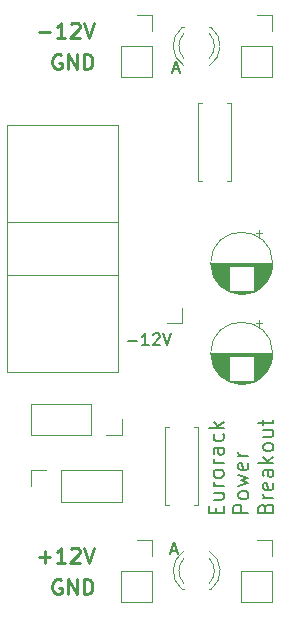
<source format=gbr>
G04 #@! TF.GenerationSoftware,KiCad,Pcbnew,(5.1.2)-2*
G04 #@! TF.CreationDate,2020-04-18T03:55:01-07:00*
G04 #@! TF.ProjectId,eurorackPower10pin,6575726f-7261-4636-9b50-6f7765723130,rev?*
G04 #@! TF.SameCoordinates,Original*
G04 #@! TF.FileFunction,Legend,Top*
G04 #@! TF.FilePolarity,Positive*
%FSLAX46Y46*%
G04 Gerber Fmt 4.6, Leading zero omitted, Abs format (unit mm)*
G04 Created by KiCad (PCBNEW (5.1.2)-2) date 2020-04-18 03:55:01*
%MOMM*%
%LPD*%
G04 APERTURE LIST*
%ADD10C,0.150000*%
%ADD11C,0.203200*%
%ADD12C,0.254000*%
%ADD13C,0.120000*%
G04 APERTURE END LIST*
D10*
X3061904Y-3266666D02*
X3538095Y-3266666D01*
X2966666Y-3552380D02*
X3300000Y-2552380D01*
X3633333Y-3552380D01*
X2961904Y-43996666D02*
X3438095Y-43996666D01*
X2866666Y-44282380D02*
X3200000Y-43282380D01*
X3533333Y-44282380D01*
X-745904Y-26233428D02*
X16000Y-26233428D01*
X1016000Y-26614380D02*
X444571Y-26614380D01*
X730285Y-26614380D02*
X730285Y-25614380D01*
X635047Y-25757238D01*
X539809Y-25852476D01*
X444571Y-25900095D01*
X1396952Y-25709619D02*
X1444571Y-25662000D01*
X1539809Y-25614380D01*
X1777904Y-25614380D01*
X1873142Y-25662000D01*
X1920761Y-25709619D01*
X1968380Y-25804857D01*
X1968380Y-25900095D01*
X1920761Y-26042952D01*
X1349333Y-26614380D01*
X1968380Y-26614380D01*
X2254095Y-25614380D02*
X2587428Y-26614380D01*
X2920761Y-25614380D01*
D11*
X6691085Y-40840539D02*
X6691085Y-40417205D01*
X7356323Y-40235777D02*
X7356323Y-40840539D01*
X6086323Y-40840539D01*
X6086323Y-40235777D01*
X6509657Y-39147205D02*
X7356323Y-39147205D01*
X6509657Y-39691491D02*
X7174895Y-39691491D01*
X7295847Y-39631015D01*
X7356323Y-39510062D01*
X7356323Y-39328634D01*
X7295847Y-39207681D01*
X7235371Y-39147205D01*
X7356323Y-38542443D02*
X6509657Y-38542443D01*
X6751561Y-38542443D02*
X6630609Y-38481967D01*
X6570133Y-38421491D01*
X6509657Y-38300539D01*
X6509657Y-38179586D01*
X7356323Y-37574824D02*
X7295847Y-37695777D01*
X7235371Y-37756253D01*
X7114419Y-37816729D01*
X6751561Y-37816729D01*
X6630609Y-37756253D01*
X6570133Y-37695777D01*
X6509657Y-37574824D01*
X6509657Y-37393396D01*
X6570133Y-37272443D01*
X6630609Y-37211967D01*
X6751561Y-37151491D01*
X7114419Y-37151491D01*
X7235371Y-37211967D01*
X7295847Y-37272443D01*
X7356323Y-37393396D01*
X7356323Y-37574824D01*
X7356323Y-36607205D02*
X6509657Y-36607205D01*
X6751561Y-36607205D02*
X6630609Y-36546729D01*
X6570133Y-36486253D01*
X6509657Y-36365300D01*
X6509657Y-36244348D01*
X7356323Y-35276729D02*
X6691085Y-35276729D01*
X6570133Y-35337205D01*
X6509657Y-35458158D01*
X6509657Y-35700062D01*
X6570133Y-35821015D01*
X7295847Y-35276729D02*
X7356323Y-35397681D01*
X7356323Y-35700062D01*
X7295847Y-35821015D01*
X7174895Y-35881491D01*
X7053942Y-35881491D01*
X6932990Y-35821015D01*
X6872514Y-35700062D01*
X6872514Y-35397681D01*
X6812038Y-35276729D01*
X7295847Y-34127681D02*
X7356323Y-34248634D01*
X7356323Y-34490539D01*
X7295847Y-34611491D01*
X7235371Y-34671967D01*
X7114419Y-34732443D01*
X6751561Y-34732443D01*
X6630609Y-34671967D01*
X6570133Y-34611491D01*
X6509657Y-34490539D01*
X6509657Y-34248634D01*
X6570133Y-34127681D01*
X7356323Y-33583396D02*
X6086323Y-33583396D01*
X6872514Y-33462443D02*
X7356323Y-33099586D01*
X6509657Y-33099586D02*
X6993466Y-33583396D01*
X9464523Y-40840539D02*
X8194523Y-40840539D01*
X8194523Y-40356729D01*
X8255000Y-40235777D01*
X8315476Y-40175300D01*
X8436428Y-40114824D01*
X8617857Y-40114824D01*
X8738809Y-40175300D01*
X8799285Y-40235777D01*
X8859761Y-40356729D01*
X8859761Y-40840539D01*
X9464523Y-39389110D02*
X9404047Y-39510062D01*
X9343571Y-39570539D01*
X9222619Y-39631015D01*
X8859761Y-39631015D01*
X8738809Y-39570539D01*
X8678333Y-39510062D01*
X8617857Y-39389110D01*
X8617857Y-39207681D01*
X8678333Y-39086729D01*
X8738809Y-39026253D01*
X8859761Y-38965777D01*
X9222619Y-38965777D01*
X9343571Y-39026253D01*
X9404047Y-39086729D01*
X9464523Y-39207681D01*
X9464523Y-39389110D01*
X8617857Y-38542443D02*
X9464523Y-38300539D01*
X8859761Y-38058634D01*
X9464523Y-37816729D01*
X8617857Y-37574824D01*
X9404047Y-36607205D02*
X9464523Y-36728158D01*
X9464523Y-36970062D01*
X9404047Y-37091015D01*
X9283095Y-37151491D01*
X8799285Y-37151491D01*
X8678333Y-37091015D01*
X8617857Y-36970062D01*
X8617857Y-36728158D01*
X8678333Y-36607205D01*
X8799285Y-36546729D01*
X8920238Y-36546729D01*
X9041190Y-37151491D01*
X9464523Y-36002443D02*
X8617857Y-36002443D01*
X8859761Y-36002443D02*
X8738809Y-35941967D01*
X8678333Y-35881491D01*
X8617857Y-35760539D01*
X8617857Y-35639586D01*
X10907485Y-40417205D02*
X10967961Y-40235777D01*
X11028438Y-40175300D01*
X11149390Y-40114824D01*
X11330819Y-40114824D01*
X11451771Y-40175300D01*
X11512247Y-40235777D01*
X11572723Y-40356729D01*
X11572723Y-40840539D01*
X10302723Y-40840539D01*
X10302723Y-40417205D01*
X10363200Y-40296253D01*
X10423676Y-40235777D01*
X10544628Y-40175300D01*
X10665580Y-40175300D01*
X10786533Y-40235777D01*
X10847009Y-40296253D01*
X10907485Y-40417205D01*
X10907485Y-40840539D01*
X11572723Y-39570539D02*
X10726057Y-39570539D01*
X10967961Y-39570539D02*
X10847009Y-39510062D01*
X10786533Y-39449586D01*
X10726057Y-39328634D01*
X10726057Y-39207681D01*
X11512247Y-38300539D02*
X11572723Y-38421491D01*
X11572723Y-38663396D01*
X11512247Y-38784348D01*
X11391295Y-38844824D01*
X10907485Y-38844824D01*
X10786533Y-38784348D01*
X10726057Y-38663396D01*
X10726057Y-38421491D01*
X10786533Y-38300539D01*
X10907485Y-38240062D01*
X11028438Y-38240062D01*
X11149390Y-38844824D01*
X11572723Y-37151491D02*
X10907485Y-37151491D01*
X10786533Y-37211967D01*
X10726057Y-37332920D01*
X10726057Y-37574824D01*
X10786533Y-37695777D01*
X11512247Y-37151491D02*
X11572723Y-37272443D01*
X11572723Y-37574824D01*
X11512247Y-37695777D01*
X11391295Y-37756253D01*
X11270342Y-37756253D01*
X11149390Y-37695777D01*
X11088914Y-37574824D01*
X11088914Y-37272443D01*
X11028438Y-37151491D01*
X11572723Y-36546729D02*
X10302723Y-36546729D01*
X11088914Y-36425777D02*
X11572723Y-36062920D01*
X10726057Y-36062920D02*
X11209866Y-36546729D01*
X11572723Y-35337205D02*
X11512247Y-35458158D01*
X11451771Y-35518634D01*
X11330819Y-35579110D01*
X10967961Y-35579110D01*
X10847009Y-35518634D01*
X10786533Y-35458158D01*
X10726057Y-35337205D01*
X10726057Y-35155777D01*
X10786533Y-35034824D01*
X10847009Y-34974348D01*
X10967961Y-34913872D01*
X11330819Y-34913872D01*
X11451771Y-34974348D01*
X11512247Y-35034824D01*
X11572723Y-35155777D01*
X11572723Y-35337205D01*
X10726057Y-33825300D02*
X11572723Y-33825300D01*
X10726057Y-34369586D02*
X11391295Y-34369586D01*
X11512247Y-34309110D01*
X11572723Y-34188158D01*
X11572723Y-34006729D01*
X11512247Y-33885777D01*
X11451771Y-33825300D01*
X10726057Y-33401967D02*
X10726057Y-32918158D01*
X10302723Y-33220539D02*
X11391295Y-33220539D01*
X11512247Y-33160062D01*
X11572723Y-33039110D01*
X11572723Y-32918158D01*
D12*
X-6398381Y-46482000D02*
X-6519333Y-46421523D01*
X-6700762Y-46421523D01*
X-6882190Y-46482000D01*
X-7003142Y-46602952D01*
X-7063619Y-46723904D01*
X-7124095Y-46965809D01*
X-7124095Y-47147238D01*
X-7063619Y-47389142D01*
X-7003142Y-47510095D01*
X-6882190Y-47631047D01*
X-6700762Y-47691523D01*
X-6579809Y-47691523D01*
X-6398381Y-47631047D01*
X-6337904Y-47570571D01*
X-6337904Y-47147238D01*
X-6579809Y-47147238D01*
X-5793619Y-47691523D02*
X-5793619Y-46421523D01*
X-5067904Y-47691523D01*
X-5067904Y-46421523D01*
X-4463142Y-47691523D02*
X-4463142Y-46421523D01*
X-4160762Y-46421523D01*
X-3979333Y-46482000D01*
X-3858381Y-46602952D01*
X-3797904Y-46723904D01*
X-3737428Y-46965809D01*
X-3737428Y-47147238D01*
X-3797904Y-47389142D01*
X-3858381Y-47510095D01*
X-3979333Y-47631047D01*
X-4160762Y-47691523D01*
X-4463142Y-47691523D01*
X-8273143Y-44540714D02*
X-7305524Y-44540714D01*
X-7789333Y-45024523D02*
X-7789333Y-44056904D01*
X-6035524Y-45024523D02*
X-6761238Y-45024523D01*
X-6398381Y-45024523D02*
X-6398381Y-43754523D01*
X-6519333Y-43935952D01*
X-6640285Y-44056904D01*
X-6761238Y-44117380D01*
X-5551714Y-43875476D02*
X-5491238Y-43815000D01*
X-5370285Y-43754523D01*
X-5067904Y-43754523D01*
X-4946952Y-43815000D01*
X-4886476Y-43875476D01*
X-4826000Y-43996428D01*
X-4826000Y-44117380D01*
X-4886476Y-44298809D01*
X-5612190Y-45024523D01*
X-4826000Y-45024523D01*
X-4463143Y-43754523D02*
X-4039809Y-45024523D01*
X-3616476Y-43754523D01*
X-6398381Y-2032000D02*
X-6519333Y-1971523D01*
X-6700762Y-1971523D01*
X-6882190Y-2032000D01*
X-7003142Y-2152952D01*
X-7063619Y-2273904D01*
X-7124095Y-2515809D01*
X-7124095Y-2697238D01*
X-7063619Y-2939142D01*
X-7003142Y-3060095D01*
X-6882190Y-3181047D01*
X-6700762Y-3241523D01*
X-6579809Y-3241523D01*
X-6398381Y-3181047D01*
X-6337904Y-3120571D01*
X-6337904Y-2697238D01*
X-6579809Y-2697238D01*
X-5793619Y-3241523D02*
X-5793619Y-1971523D01*
X-5067904Y-3241523D01*
X-5067904Y-1971523D01*
X-4463142Y-3241523D02*
X-4463142Y-1971523D01*
X-4160762Y-1971523D01*
X-3979333Y-2032000D01*
X-3858381Y-2152952D01*
X-3797904Y-2273904D01*
X-3737428Y-2515809D01*
X-3737428Y-2697238D01*
X-3797904Y-2939142D01*
X-3858381Y-3060095D01*
X-3979333Y-3181047D01*
X-4160762Y-3241523D01*
X-4463142Y-3241523D01*
X-8273143Y-90714D02*
X-7305524Y-90714D01*
X-6035524Y-574523D02*
X-6761238Y-574523D01*
X-6398381Y-574523D02*
X-6398381Y695476D01*
X-6519333Y514047D01*
X-6640285Y393095D01*
X-6761238Y332619D01*
X-5551714Y574523D02*
X-5491238Y635000D01*
X-5370285Y695476D01*
X-5067904Y695476D01*
X-4946952Y635000D01*
X-4886476Y574523D01*
X-4826000Y453571D01*
X-4826000Y332619D01*
X-4886476Y151190D01*
X-5612190Y-574523D01*
X-4826000Y-574523D01*
X-4463143Y695476D02*
X-4039809Y-574523D01*
X-3616476Y695476D01*
D13*
X-1590000Y-16165000D02*
X-10940000Y-16165000D01*
X-1590000Y-20665000D02*
X-10940000Y-20665000D01*
X-1590000Y-7985000D02*
X-1590000Y-28845000D01*
X-1590000Y-7985000D02*
X-10940000Y-7985000D01*
X-1590000Y-28845000D02*
X-10940000Y-28845000D01*
X-10940000Y-28845000D02*
X-10940000Y-7985000D01*
X2540000Y-24765000D02*
X3810000Y-24765000D01*
X3810000Y-24765000D02*
X3810000Y-23495000D01*
X5234000Y-12668000D02*
X5564000Y-12668000D01*
X5234000Y-6128000D02*
X5234000Y-12668000D01*
X5564000Y-6128000D02*
X5234000Y-6128000D01*
X7974000Y-12668000D02*
X7644000Y-12668000D01*
X7974000Y-6128000D02*
X7974000Y-12668000D01*
X7644000Y-6128000D02*
X7974000Y-6128000D01*
X2440000Y-40100000D02*
X2770000Y-40100000D01*
X2440000Y-33560000D02*
X2440000Y-40100000D01*
X2770000Y-33560000D02*
X2440000Y-33560000D01*
X5180000Y-40100000D02*
X4850000Y-40100000D01*
X5180000Y-33560000D02*
X5180000Y-40100000D01*
X4850000Y-33560000D02*
X5180000Y-33560000D01*
X8830000Y-45720000D02*
X11490000Y-45720000D01*
X8830000Y-45720000D02*
X8830000Y-48320000D01*
X8830000Y-48320000D02*
X11490000Y-48320000D01*
X11490000Y-45720000D02*
X11490000Y-48320000D01*
X11490000Y-43120000D02*
X11490000Y-44450000D01*
X10160000Y-43120000D02*
X11490000Y-43120000D01*
X10160000Y1330000D02*
X11490000Y1330000D01*
X11490000Y1330000D02*
X11490000Y0D01*
X11490000Y-1270000D02*
X11490000Y-3870000D01*
X8830000Y-3870000D02*
X11490000Y-3870000D01*
X8830000Y-1270000D02*
X8830000Y-3870000D01*
X8830000Y-1270000D02*
X11490000Y-1270000D01*
X-1330000Y-45720000D02*
X1330000Y-45720000D01*
X-1330000Y-45720000D02*
X-1330000Y-48320000D01*
X-1330000Y-48320000D02*
X1330000Y-48320000D01*
X1330000Y-45720000D02*
X1330000Y-48320000D01*
X1330000Y-43120000D02*
X1330000Y-44450000D01*
X0Y-43120000D02*
X1330000Y-43120000D01*
X-1230000Y-32890000D02*
X-1230000Y-34220000D01*
X-1230000Y-34220000D02*
X-2560000Y-34220000D01*
X-3830000Y-34220000D02*
X-8970000Y-34220000D01*
X-8970000Y-31560000D02*
X-8970000Y-34220000D01*
X-3830000Y-31560000D02*
X-8970000Y-31560000D01*
X-3830000Y-31560000D02*
X-3830000Y-34220000D01*
X0Y1330000D02*
X1330000Y1330000D01*
X1330000Y1330000D02*
X1330000Y0D01*
X1330000Y-1270000D02*
X1330000Y-3870000D01*
X-1330000Y-3870000D02*
X1330000Y-3870000D01*
X-1330000Y-1270000D02*
X-1330000Y-3870000D01*
X-1330000Y-1270000D02*
X1330000Y-1270000D01*
X-8965000Y-38540000D02*
X-8965000Y-37210000D01*
X-8965000Y-37210000D02*
X-7635000Y-37210000D01*
X-6365000Y-37210000D02*
X-1225000Y-37210000D01*
X-1225000Y-39870000D02*
X-1225000Y-37210000D01*
X-6365000Y-39870000D02*
X-1225000Y-39870000D01*
X-6365000Y-39870000D02*
X-6365000Y-37210000D01*
X6160000Y-47280000D02*
X6316000Y-47280000D01*
X3844000Y-47280000D02*
X4000000Y-47280000D01*
X6159837Y-44678870D02*
G75*
G02X6160000Y-46760961I-1079837J-1041130D01*
G01*
X4000163Y-44678870D02*
G75*
G03X4000000Y-46760961I1079837J-1041130D01*
G01*
X6158608Y-44047665D02*
G75*
G02X6315516Y-47280000I-1078608J-1672335D01*
G01*
X4001392Y-44047665D02*
G75*
G03X3844484Y-47280000I1078608J-1672335D01*
G01*
X4000000Y290000D02*
X3844000Y290000D01*
X6316000Y290000D02*
X6160000Y290000D01*
X4000163Y-2311130D02*
G75*
G02X4000000Y-229039I1079837J1041130D01*
G01*
X6159837Y-2311130D02*
G75*
G03X6160000Y-229039I-1079837J1041130D01*
G01*
X4001392Y-2942335D02*
G75*
G02X3844484Y290000I1078608J1672335D01*
G01*
X6158608Y-2942335D02*
G75*
G03X6315516Y290000I-1078608J1672335D01*
G01*
X10615000Y-24730225D02*
X10115000Y-24730225D01*
X10365000Y-24480225D02*
X10365000Y-24980225D01*
X9174000Y-29886000D02*
X8606000Y-29886000D01*
X9408000Y-29846000D02*
X8372000Y-29846000D01*
X9567000Y-29806000D02*
X8213000Y-29806000D01*
X9695000Y-29766000D02*
X8085000Y-29766000D01*
X9805000Y-29726000D02*
X7975000Y-29726000D01*
X9901000Y-29686000D02*
X7879000Y-29686000D01*
X9988000Y-29646000D02*
X7792000Y-29646000D01*
X10068000Y-29606000D02*
X7712000Y-29606000D01*
X7850000Y-29566000D02*
X7639000Y-29566000D01*
X10141000Y-29566000D02*
X9930000Y-29566000D01*
X7850000Y-29526000D02*
X7571000Y-29526000D01*
X10209000Y-29526000D02*
X9930000Y-29526000D01*
X7850000Y-29486000D02*
X7507000Y-29486000D01*
X10273000Y-29486000D02*
X9930000Y-29486000D01*
X7850000Y-29446000D02*
X7447000Y-29446000D01*
X10333000Y-29446000D02*
X9930000Y-29446000D01*
X7850000Y-29406000D02*
X7390000Y-29406000D01*
X10390000Y-29406000D02*
X9930000Y-29406000D01*
X7850000Y-29366000D02*
X7336000Y-29366000D01*
X10444000Y-29366000D02*
X9930000Y-29366000D01*
X7850000Y-29326000D02*
X7285000Y-29326000D01*
X10495000Y-29326000D02*
X9930000Y-29326000D01*
X7850000Y-29286000D02*
X7237000Y-29286000D01*
X10543000Y-29286000D02*
X9930000Y-29286000D01*
X7850000Y-29246000D02*
X7191000Y-29246000D01*
X10589000Y-29246000D02*
X9930000Y-29246000D01*
X7850000Y-29206000D02*
X7147000Y-29206000D01*
X10633000Y-29206000D02*
X9930000Y-29206000D01*
X7850000Y-29166000D02*
X7105000Y-29166000D01*
X10675000Y-29166000D02*
X9930000Y-29166000D01*
X7850000Y-29126000D02*
X7064000Y-29126000D01*
X10716000Y-29126000D02*
X9930000Y-29126000D01*
X7850000Y-29086000D02*
X7026000Y-29086000D01*
X10754000Y-29086000D02*
X9930000Y-29086000D01*
X7850000Y-29046000D02*
X6989000Y-29046000D01*
X10791000Y-29046000D02*
X9930000Y-29046000D01*
X7850000Y-29006000D02*
X6953000Y-29006000D01*
X10827000Y-29006000D02*
X9930000Y-29006000D01*
X7850000Y-28966000D02*
X6919000Y-28966000D01*
X10861000Y-28966000D02*
X9930000Y-28966000D01*
X7850000Y-28926000D02*
X6886000Y-28926000D01*
X10894000Y-28926000D02*
X9930000Y-28926000D01*
X7850000Y-28886000D02*
X6855000Y-28886000D01*
X10925000Y-28886000D02*
X9930000Y-28886000D01*
X7850000Y-28846000D02*
X6825000Y-28846000D01*
X10955000Y-28846000D02*
X9930000Y-28846000D01*
X7850000Y-28806000D02*
X6795000Y-28806000D01*
X10985000Y-28806000D02*
X9930000Y-28806000D01*
X7850000Y-28766000D02*
X6768000Y-28766000D01*
X11012000Y-28766000D02*
X9930000Y-28766000D01*
X7850000Y-28726000D02*
X6741000Y-28726000D01*
X11039000Y-28726000D02*
X9930000Y-28726000D01*
X7850000Y-28686000D02*
X6715000Y-28686000D01*
X11065000Y-28686000D02*
X9930000Y-28686000D01*
X7850000Y-28646000D02*
X6690000Y-28646000D01*
X11090000Y-28646000D02*
X9930000Y-28646000D01*
X7850000Y-28606000D02*
X6666000Y-28606000D01*
X11114000Y-28606000D02*
X9930000Y-28606000D01*
X7850000Y-28566000D02*
X6643000Y-28566000D01*
X11137000Y-28566000D02*
X9930000Y-28566000D01*
X7850000Y-28526000D02*
X6622000Y-28526000D01*
X11158000Y-28526000D02*
X9930000Y-28526000D01*
X7850000Y-28486000D02*
X6600000Y-28486000D01*
X11180000Y-28486000D02*
X9930000Y-28486000D01*
X7850000Y-28446000D02*
X6580000Y-28446000D01*
X11200000Y-28446000D02*
X9930000Y-28446000D01*
X7850000Y-28406000D02*
X6561000Y-28406000D01*
X11219000Y-28406000D02*
X9930000Y-28406000D01*
X7850000Y-28366000D02*
X6542000Y-28366000D01*
X11238000Y-28366000D02*
X9930000Y-28366000D01*
X7850000Y-28326000D02*
X6525000Y-28326000D01*
X11255000Y-28326000D02*
X9930000Y-28326000D01*
X7850000Y-28286000D02*
X6508000Y-28286000D01*
X11272000Y-28286000D02*
X9930000Y-28286000D01*
X7850000Y-28246000D02*
X6492000Y-28246000D01*
X11288000Y-28246000D02*
X9930000Y-28246000D01*
X7850000Y-28206000D02*
X6476000Y-28206000D01*
X11304000Y-28206000D02*
X9930000Y-28206000D01*
X7850000Y-28166000D02*
X6462000Y-28166000D01*
X11318000Y-28166000D02*
X9930000Y-28166000D01*
X7850000Y-28126000D02*
X6448000Y-28126000D01*
X11332000Y-28126000D02*
X9930000Y-28126000D01*
X7850000Y-28086000D02*
X6435000Y-28086000D01*
X11345000Y-28086000D02*
X9930000Y-28086000D01*
X7850000Y-28046000D02*
X6422000Y-28046000D01*
X11358000Y-28046000D02*
X9930000Y-28046000D01*
X7850000Y-28006000D02*
X6410000Y-28006000D01*
X11370000Y-28006000D02*
X9930000Y-28006000D01*
X7850000Y-27965000D02*
X6399000Y-27965000D01*
X11381000Y-27965000D02*
X9930000Y-27965000D01*
X7850000Y-27925000D02*
X6389000Y-27925000D01*
X11391000Y-27925000D02*
X9930000Y-27925000D01*
X7850000Y-27885000D02*
X6379000Y-27885000D01*
X11401000Y-27885000D02*
X9930000Y-27885000D01*
X7850000Y-27845000D02*
X6370000Y-27845000D01*
X11410000Y-27845000D02*
X9930000Y-27845000D01*
X7850000Y-27805000D02*
X6362000Y-27805000D01*
X11418000Y-27805000D02*
X9930000Y-27805000D01*
X7850000Y-27765000D02*
X6354000Y-27765000D01*
X11426000Y-27765000D02*
X9930000Y-27765000D01*
X7850000Y-27725000D02*
X6347000Y-27725000D01*
X11433000Y-27725000D02*
X9930000Y-27725000D01*
X7850000Y-27685000D02*
X6340000Y-27685000D01*
X11440000Y-27685000D02*
X9930000Y-27685000D01*
X7850000Y-27645000D02*
X6334000Y-27645000D01*
X11446000Y-27645000D02*
X9930000Y-27645000D01*
X7850000Y-27605000D02*
X6329000Y-27605000D01*
X11451000Y-27605000D02*
X9930000Y-27605000D01*
X7850000Y-27565000D02*
X6325000Y-27565000D01*
X11455000Y-27565000D02*
X9930000Y-27565000D01*
X7850000Y-27525000D02*
X6321000Y-27525000D01*
X11459000Y-27525000D02*
X9930000Y-27525000D01*
X11463000Y-27485000D02*
X6317000Y-27485000D01*
X11466000Y-27445000D02*
X6314000Y-27445000D01*
X11468000Y-27405000D02*
X6312000Y-27405000D01*
X11469000Y-27365000D02*
X6311000Y-27365000D01*
X11470000Y-27325000D02*
X6310000Y-27325000D01*
X11470000Y-27285000D02*
X6310000Y-27285000D01*
X11510000Y-27285000D02*
G75*
G03X11510000Y-27285000I-2620000J0D01*
G01*
X10615000Y-17110225D02*
X10115000Y-17110225D01*
X10365000Y-16860225D02*
X10365000Y-17360225D01*
X9174000Y-22266000D02*
X8606000Y-22266000D01*
X9408000Y-22226000D02*
X8372000Y-22226000D01*
X9567000Y-22186000D02*
X8213000Y-22186000D01*
X9695000Y-22146000D02*
X8085000Y-22146000D01*
X9805000Y-22106000D02*
X7975000Y-22106000D01*
X9901000Y-22066000D02*
X7879000Y-22066000D01*
X9988000Y-22026000D02*
X7792000Y-22026000D01*
X10068000Y-21986000D02*
X7712000Y-21986000D01*
X7850000Y-21946000D02*
X7639000Y-21946000D01*
X10141000Y-21946000D02*
X9930000Y-21946000D01*
X7850000Y-21906000D02*
X7571000Y-21906000D01*
X10209000Y-21906000D02*
X9930000Y-21906000D01*
X7850000Y-21866000D02*
X7507000Y-21866000D01*
X10273000Y-21866000D02*
X9930000Y-21866000D01*
X7850000Y-21826000D02*
X7447000Y-21826000D01*
X10333000Y-21826000D02*
X9930000Y-21826000D01*
X7850000Y-21786000D02*
X7390000Y-21786000D01*
X10390000Y-21786000D02*
X9930000Y-21786000D01*
X7850000Y-21746000D02*
X7336000Y-21746000D01*
X10444000Y-21746000D02*
X9930000Y-21746000D01*
X7850000Y-21706000D02*
X7285000Y-21706000D01*
X10495000Y-21706000D02*
X9930000Y-21706000D01*
X7850000Y-21666000D02*
X7237000Y-21666000D01*
X10543000Y-21666000D02*
X9930000Y-21666000D01*
X7850000Y-21626000D02*
X7191000Y-21626000D01*
X10589000Y-21626000D02*
X9930000Y-21626000D01*
X7850000Y-21586000D02*
X7147000Y-21586000D01*
X10633000Y-21586000D02*
X9930000Y-21586000D01*
X7850000Y-21546000D02*
X7105000Y-21546000D01*
X10675000Y-21546000D02*
X9930000Y-21546000D01*
X7850000Y-21506000D02*
X7064000Y-21506000D01*
X10716000Y-21506000D02*
X9930000Y-21506000D01*
X7850000Y-21466000D02*
X7026000Y-21466000D01*
X10754000Y-21466000D02*
X9930000Y-21466000D01*
X7850000Y-21426000D02*
X6989000Y-21426000D01*
X10791000Y-21426000D02*
X9930000Y-21426000D01*
X7850000Y-21386000D02*
X6953000Y-21386000D01*
X10827000Y-21386000D02*
X9930000Y-21386000D01*
X7850000Y-21346000D02*
X6919000Y-21346000D01*
X10861000Y-21346000D02*
X9930000Y-21346000D01*
X7850000Y-21306000D02*
X6886000Y-21306000D01*
X10894000Y-21306000D02*
X9930000Y-21306000D01*
X7850000Y-21266000D02*
X6855000Y-21266000D01*
X10925000Y-21266000D02*
X9930000Y-21266000D01*
X7850000Y-21226000D02*
X6825000Y-21226000D01*
X10955000Y-21226000D02*
X9930000Y-21226000D01*
X7850000Y-21186000D02*
X6795000Y-21186000D01*
X10985000Y-21186000D02*
X9930000Y-21186000D01*
X7850000Y-21146000D02*
X6768000Y-21146000D01*
X11012000Y-21146000D02*
X9930000Y-21146000D01*
X7850000Y-21106000D02*
X6741000Y-21106000D01*
X11039000Y-21106000D02*
X9930000Y-21106000D01*
X7850000Y-21066000D02*
X6715000Y-21066000D01*
X11065000Y-21066000D02*
X9930000Y-21066000D01*
X7850000Y-21026000D02*
X6690000Y-21026000D01*
X11090000Y-21026000D02*
X9930000Y-21026000D01*
X7850000Y-20986000D02*
X6666000Y-20986000D01*
X11114000Y-20986000D02*
X9930000Y-20986000D01*
X7850000Y-20946000D02*
X6643000Y-20946000D01*
X11137000Y-20946000D02*
X9930000Y-20946000D01*
X7850000Y-20906000D02*
X6622000Y-20906000D01*
X11158000Y-20906000D02*
X9930000Y-20906000D01*
X7850000Y-20866000D02*
X6600000Y-20866000D01*
X11180000Y-20866000D02*
X9930000Y-20866000D01*
X7850000Y-20826000D02*
X6580000Y-20826000D01*
X11200000Y-20826000D02*
X9930000Y-20826000D01*
X7850000Y-20786000D02*
X6561000Y-20786000D01*
X11219000Y-20786000D02*
X9930000Y-20786000D01*
X7850000Y-20746000D02*
X6542000Y-20746000D01*
X11238000Y-20746000D02*
X9930000Y-20746000D01*
X7850000Y-20706000D02*
X6525000Y-20706000D01*
X11255000Y-20706000D02*
X9930000Y-20706000D01*
X7850000Y-20666000D02*
X6508000Y-20666000D01*
X11272000Y-20666000D02*
X9930000Y-20666000D01*
X7850000Y-20626000D02*
X6492000Y-20626000D01*
X11288000Y-20626000D02*
X9930000Y-20626000D01*
X7850000Y-20586000D02*
X6476000Y-20586000D01*
X11304000Y-20586000D02*
X9930000Y-20586000D01*
X7850000Y-20546000D02*
X6462000Y-20546000D01*
X11318000Y-20546000D02*
X9930000Y-20546000D01*
X7850000Y-20506000D02*
X6448000Y-20506000D01*
X11332000Y-20506000D02*
X9930000Y-20506000D01*
X7850000Y-20466000D02*
X6435000Y-20466000D01*
X11345000Y-20466000D02*
X9930000Y-20466000D01*
X7850000Y-20426000D02*
X6422000Y-20426000D01*
X11358000Y-20426000D02*
X9930000Y-20426000D01*
X7850000Y-20386000D02*
X6410000Y-20386000D01*
X11370000Y-20386000D02*
X9930000Y-20386000D01*
X7850000Y-20345000D02*
X6399000Y-20345000D01*
X11381000Y-20345000D02*
X9930000Y-20345000D01*
X7850000Y-20305000D02*
X6389000Y-20305000D01*
X11391000Y-20305000D02*
X9930000Y-20305000D01*
X7850000Y-20265000D02*
X6379000Y-20265000D01*
X11401000Y-20265000D02*
X9930000Y-20265000D01*
X7850000Y-20225000D02*
X6370000Y-20225000D01*
X11410000Y-20225000D02*
X9930000Y-20225000D01*
X7850000Y-20185000D02*
X6362000Y-20185000D01*
X11418000Y-20185000D02*
X9930000Y-20185000D01*
X7850000Y-20145000D02*
X6354000Y-20145000D01*
X11426000Y-20145000D02*
X9930000Y-20145000D01*
X7850000Y-20105000D02*
X6347000Y-20105000D01*
X11433000Y-20105000D02*
X9930000Y-20105000D01*
X7850000Y-20065000D02*
X6340000Y-20065000D01*
X11440000Y-20065000D02*
X9930000Y-20065000D01*
X7850000Y-20025000D02*
X6334000Y-20025000D01*
X11446000Y-20025000D02*
X9930000Y-20025000D01*
X7850000Y-19985000D02*
X6329000Y-19985000D01*
X11451000Y-19985000D02*
X9930000Y-19985000D01*
X7850000Y-19945000D02*
X6325000Y-19945000D01*
X11455000Y-19945000D02*
X9930000Y-19945000D01*
X7850000Y-19905000D02*
X6321000Y-19905000D01*
X11459000Y-19905000D02*
X9930000Y-19905000D01*
X11463000Y-19865000D02*
X6317000Y-19865000D01*
X11466000Y-19825000D02*
X6314000Y-19825000D01*
X11468000Y-19785000D02*
X6312000Y-19785000D01*
X11469000Y-19745000D02*
X6311000Y-19745000D01*
X11470000Y-19705000D02*
X6310000Y-19705000D01*
X11470000Y-19665000D02*
X6310000Y-19665000D01*
X11510000Y-19665000D02*
G75*
G03X11510000Y-19665000I-2620000J0D01*
G01*
M02*

</source>
